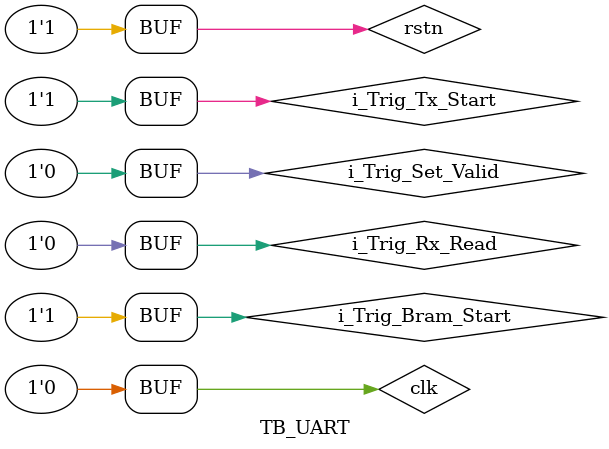
<source format=v>
module TB_UART;
    reg clk,rstn;
    initial begin
        clk = 0;
        rstn = 1;
        #100 rstn = 0;
        #100 rstn = 1;
    end
    always begin
        #1 clk = 1;
        #1 clk = 0;
    end
    reg i_Trig_Bram_Start;
    reg i_Trig_Set_Valid;
    reg i_Trig_Tx_Start;
    reg i_Trig_Rx_Read;

    initial begin
        i_Trig_Set_Valid = 0;
        i_Trig_Bram_Start= 0;
        i_Trig_Tx_Start  = 0;
        i_Trig_Rx_Read   = 1;
        #4000 
        i_Trig_Set_Valid = 1;
        #500 
        i_Trig_Set_Valid = 0; 
        i_Trig_Bram_Start = 1;
        #2500
        i_Trig_Bram_Start = 0;
        i_Trig_Tx_Start = 1;
        #5000
        i_Trig_Rx_Read  = 0;
        i_Trig_Bram_Start = 1;
    end

    //////////////////////////////////////////////////////////////////////////


        wire  [15:0] i_EMIF_BRAM_Addr ;	//
        wire 		 i_EMIF_BRAM_EN	  ;
        wire  [1 :0] i_EMIF_BRAM_WE   ;
        wire [15:0]  i_EMIF_BRAM_Din  ;	//
        wire [15:0]  o_EMIF_BRAM_Dout ;	// 

        TB_Bram_Controller #(
            .ADDR_SIZE(16)
        )bram_cotrol(
            /*input         */.clk     	(clk  ),
            /*input         */.rstn    	(rstn ),
            /*input  [31:0] */.i_Length	(16'hA	),
            /*input         */.i_Mode  	(i_Trig_Rx_Read	),
            /*input         */.i_Trig	(i_Trig_Bram_Start	),
            /*output [31:0] */.o_Addr	(i_EMIF_BRAM_Addr	),
            /*output        */.o_EN    	(i_EMIF_BRAM_EN	 	),
            /*output [2:0]  */.o_WEN   	(i_EMIF_BRAM_WE  	) 
        );
        blk_mem_gen_0_simulation bram(
            .addra	(	/*NC*/	),
            .clka	(	/*NC*/	),
            .ena	(	/*NC*/	),
            .wea	(	/*NC*/	),
            .addrb	(	i_EMIF_BRAM_Addr	),
            .clkb	(	clk	),
            .doutb	(	i_EMIF_BRAM_Din	)
        );

        wire          o_UART0_TXD              ;	// 
        wire [7 :0]   o_UART0_TX_OPCode_ERR    ;	// 
        wire [7 :0]   o_UART0_TX_Data_Size_ERR ;	// 


    TOP_UART #(
        .MSB_FIRST_MODE (0), //inside interface    // '1' : MSB FIRST, '0' : LSB_FIRST
        .CH0_ENABLE     (1), //enable or disable UART Channel0
        .CH1_ENABLE     (0), //enable or disable UART Channel1
        .CH2_ENABLE     (0), //enable or disable UART Channel2
        .CH3_ENABLE     (0) //enable or disable UART Channel3  
    )top_uart_i (
        .clk                      (	clk                      ) ,	// reg          
        .nrst                     (	rstn                     ) ,	// reg          
        .i_EMIF_BRAM_Clk          (	clk 		          ) ,	// reg          
        .i_EMIF_BRAM_RST          (	!rstn		          ) ,	// reg          
        .i_EMIF_BRAM_EN           (	i_EMIF_BRAM_EN           ) ,	// reg          
        .i_EMIF_BRAM_WE           (	i_EMIF_BRAM_WE           ) ,	// reg  [1 :0]  
        .i_EMIF_BRAM_Addr         (	i_EMIF_BRAM_Addr         ) ,	// reg  [15:0]  
        .i_EMIF_BRAM_Din          (	i_EMIF_BRAM_Din          ) ,	// reg  [15:0]  
        .o_EMIF_BRAM_Dout         (	o_EMIF_BRAM_Dout         ) ,	// wire [15:0]  

        .o_UART0_TXD              (	o_UART0_TXD              ) ,	// wire         
        .i_UART_Tx_Bram_Valid     (	4'b1111     ) ,	// reg  [3:0]   
        .i_UART0_Period_Num       (	32'h36	       ) ,	// reg  [31:0]  
        .o_UART0_TX_OPCode_ERR    (	o_UART0_TX_OPCode_ERR    ) ,	// wire [7 :0]  
        .o_UART0_TX_Data_Size_ERR (	o_UART0_TX_Data_Size_ERR ) ,	// wire [7 :0]  
        .i_UART0_Send             (	i_Trig_Tx_Start             ) ,	// reg          
        .i_U0_Set_VLD             (	i_Trig_Set_Valid             ) ,	// reg          
        .i_U1_Set_VLD             (	0             ) ,	// reg          
        .i_U2_Set_VLD             (	0             ) ,	// reg          
        .i_U3_Set_VLD             (	0             ) ,	// reg          
        
        .i_UART0_RXD              (	o_UART0_TXD ) ,	// reg          
        .i_UART_Rx_Bram_Valid     (	 ) ,	// reg  [3:0]   
        .o_UART0_RX_OPCode_ERR    (	 ) ,	// wire [7 :0]  
        .o_UART0_RX_Data_Size_ERR (	 ) ,	// wire [7 :0]  
        .i_RX0_MEM_RST            (	0 ) ,	// reg          
        .o_RX_Done                (	 ) ,	// wire [3:0]   

        .i_Debug_BRAM_ENA         (	 ) ,	// reg          
        .i_Debug_BRAM_WEA         (	 ) ,	// reg  [ 1 :0] 
        .o_Debug_BRAM_PortA_rData (	 ) ,	// wire [ 15 :0]
        .o_Debug_BRAM_PortB_rData (	 ) 	// wire [ 15 :0]
    );  

endmodule
</source>
